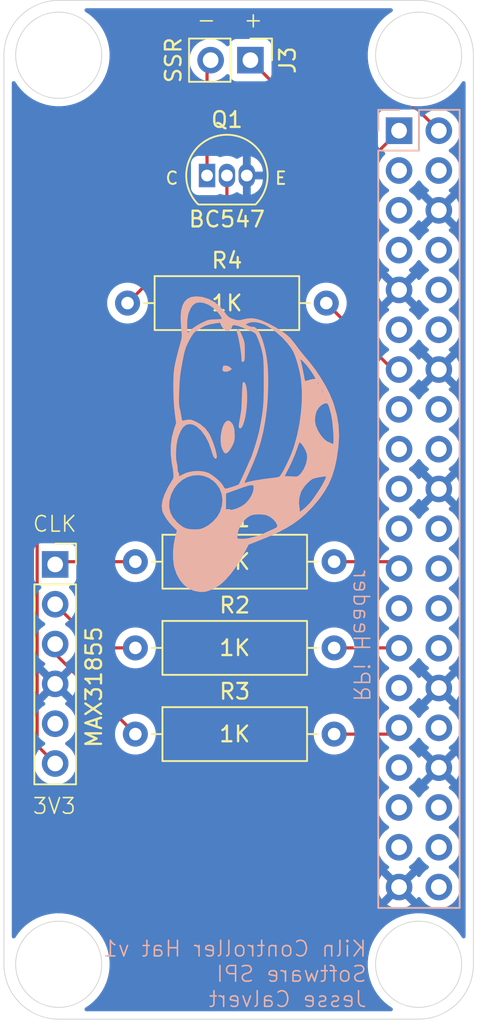
<source format=kicad_pcb>
(kicad_pcb (version 20241229) (generator "pcbnew") (generator_version "9.0")
  (title_block (title "Kiln_Hat") (date "2025-11-22") (rev "1") (company "Jesse Calvert") (comment 1 "Hardware SPI"))
  (layers (0 "F.Cu" signal) (2 "B.Cu" signal) (13 "F.Paste" user) (15 "B.Paste" user) (5 "F.SilkS" user "F.Silkscreen") (7 "B.SilkS" user "B.Silkscreen") (1 "F.Mask" user) (3 "B.Mask" user) (25 "Edge.Cuts" user))
  (net 0 "")
  (net 1 "Net-(J1-Pin_13)")
  (net 8 "GND")
  (net 9 "Net-(J1-Pin_27)")
  (net 17 "Net-(J1-Pin_31)")
  (net 21 "Net-(J1-Pin_23)")
  (net 25 "/5V")
  (net 26 "/3V3")
  (net 35 "/CS")
  (net 36 "/CLK")
  (net 37 "/DO")
  (net 38 "Net-(J3-Pin_2)")
  (net 39 "Net-(Q1-B)")
  (footprint "Resistor_THT:R_Axial_DIN0309_L9.0mm_D3.2mm_P12.70mm_Horizontal" (layer "F.Cu") (at 144.65 94)
    (property "Reference" "R4" (at 6.35 -2.72 0) (layer "F.SilkS"))
    (property "Value" "1K" (at 6.35 0 0) (layer "F.SilkS"))
    (fp_line (start 1.04 0) (end 1.73 0) (stroke (width 0.12)) (layer "F.SilkS"))
    (fp_line (start 11.66 0) (end 10.97 0) (stroke (width 0.12)) (layer "F.SilkS"))
    (fp_rect (start 1.73 -1.72) (end 10.97 1.72) (stroke (width 0.12)) (fill no) (layer "F.SilkS"))
    (pad "1" thru_hole circle (at 0 0) (size 1.6 1.6) (drill 0.8) (layers "*.Cu" "*.Mask") (net 39 "Net-(Q1-B)"))
    (pad "2" thru_hole circle (at 12.7 0) (size 1.6 1.6) (drill 0.8) (layers "*.Cu" "*.Mask") (net 1 "Net-(J1-Pin_13)"))
  )
  (footprint "Connector_PinHeader_2.54mm:PinHeader_1x02_P2.54mm_Vertical" (layer "F.Cu") (at 152.5 78.5 -90)
    (property "Reference" "J3" (at 0 -2.38 90) (layer "F.SilkS"))
    (property "Value" "SSR" (at 0 4.92 90) (layer "F.SilkS"))
    (fp_line (start -1.38 3.92) (end 1.38 3.92) (stroke (width 0.12)) (layer "F.SilkS"))
    (fp_line (start -1.38 1.27) (end -1.38 3.92) (stroke (width 0.12)) (layer "F.SilkS"))
    (fp_line (start -1.38 1.27) (end 1.38 1.27) (stroke (width 0.12)) (layer "F.SilkS"))
    (fp_line (start 1.38 1.27) (end 1.38 3.92) (stroke (width 0.12)) (layer "F.SilkS"))
    (fp_line (start -1.38 0) (end -1.38 -1.38) (stroke (width 0.12)) (layer "F.SilkS"))
    (fp_line (start -1.38 -1.38) (end 0 -1.38) (stroke (width 0.12)) (layer "F.SilkS"))
    (pad "1" thru_hole rect (at 0 0 270) (size 1.7 1.7) (drill 1) (layers "*.Cu" "*.Mask") (net 25 "/5V"))
    (pad "2" thru_hole circle (at 0 2.54 270) (size 1.7 1.7) (drill 1) (layers "*.Cu" "*.Mask") (net 38 "Net-(J3-Pin_2)"))
  )
  (footprint "Resistor_THT:R_Axial_DIN0309_L9.0mm_D3.2mm_P12.70mm_Horizontal" (layer "F.Cu") (at 145.15 121.5)
    (property "Reference" "R3" (at 6.35 -2.72 0) (layer "F.SilkS"))
    (property "Value" "1K" (at 6.35 0 0) (layer "F.SilkS"))
    (fp_line (start 1.04 0) (end 1.73 0) (stroke (width 0.12)) (layer "F.SilkS"))
    (fp_line (start 11.66 0) (end 10.97 0) (stroke (width 0.12)) (layer "F.SilkS"))
    (fp_rect (start 1.73 -1.72) (end 10.97 1.72) (stroke (width 0.12)) (fill no) (layer "F.SilkS"))
    (pad "1" thru_hole circle (at 0 0) (size 1.6 1.6) (drill 0.8) (layers "*.Cu" "*.Mask") (net 37 "/DO"))
    (pad "2" thru_hole circle (at 12.7 0) (size 1.6 1.6) (drill 0.8) (layers "*.Cu" "*.Mask") (net 17 "Net-(J1-Pin_31)"))
  )
  (footprint "Connector_PinSocket_2.54mm:PinSocket_1x06_P2.54mm_Vertical" (layer "F.Cu") (at 140.025 110.675)
    (property "Reference" "J2" (hide yes))
    (property "Value" "MAX31855" (at 2.475 7.825 90) (layer "F.SilkS"))
    (fp_line (start -1.33 1.27) (end -1.33 14.03) (stroke (width 0.12)) (layer "F.SilkS"))
    (fp_line (start -1.33 1.27) (end 1.33 1.27) (stroke (width 0.12)) (layer "F.SilkS"))
    (fp_line (start -1.33 14.03) (end 1.33 14.03) (stroke (width 0.12)) (layer "F.SilkS"))
    (fp_line (start 0 -1.33) (end 1.33 -1.33) (stroke (width 0.12)) (layer "F.SilkS"))
    (fp_line (start 1.33 -1.33) (end 1.33 0) (stroke (width 0.12)) (layer "F.SilkS"))
    (fp_line (start 1.33 1.27) (end 1.33 14.03) (stroke (width 0.12)) (layer "F.SilkS"))
    (pad "1" thru_hole rect (at 0 0) (size 1.7 1.7) (drill 1) (layers "*.Cu" "*.Mask") (net 36 "/CLK"))
    (pad "2" thru_hole circle (at 0 2.54) (size 1.7 1.7) (drill 1) (layers "*.Cu" "*.Mask") (net 35 "/CS"))
    (pad "3" thru_hole circle (at 0 5.08) (size 1.7 1.7) (drill 1) (layers "*.Cu" "*.Mask") (net 37 "/DO"))
    (pad "4" thru_hole circle (at 0 7.62) (size 1.7 1.7) (drill 1) (layers "*.Cu" "*.Mask") (net 8 "GND"))
    (pad "5" thru_hole circle (at 0 10.16) (size 1.7 1.7) (drill 1) (layers "*.Cu" "*.Mask"))
    (pad "6" thru_hole circle (at 0 12.7) (size 1.7 1.7) (drill 1) (layers "*.Cu" "*.Mask") (net 26 "/3V3"))
  )
  (footprint "Resistor_THT:R_Axial_DIN0309_L9.0mm_D3.2mm_P12.70mm_Horizontal" (layer "F.Cu") (at 145.15 110.5)
    (property "Reference" "R1" (at 6.35 -2.72 0) (layer "F.SilkS"))
    (property "Value" "1K" (at 6.35 0 0) (layer "F.SilkS"))
    (fp_line (start 1.04 0) (end 1.73 0) (stroke (width 0.12)) (layer "F.SilkS"))
    (fp_line (start 11.66 0) (end 10.97 0) (stroke (width 0.12)) (layer "F.SilkS"))
    (fp_rect (start 1.73 -1.72) (end 10.97 1.72) (stroke (width 0.12)) (fill no) (layer "F.SilkS"))
    (pad "1" thru_hole circle (at 0 0) (size 1.6 1.6) (drill 0.8) (layers "*.Cu" "*.Mask") (net 36 "/CLK"))
    (pad "2" thru_hole circle (at 12.7 0) (size 1.6 1.6) (drill 0.8) (layers "*.Cu" "*.Mask") (net 21 "Net-(J1-Pin_23)"))
  )
  (footprint "Package_TO_SOT_THT:TO-92_Inline" (layer "F.Cu") (at 149.73 85.86)
    (property "Reference" "Q1" (at 1.27 -3.56 0) (layer "F.SilkS"))
    (property "Value" "BC547" (at 1.27 2.79 0) (layer "F.SilkS"))
    (fp_line (start -0.53 1.85) (end 3.07 1.85) (stroke (width 0.12)) (layer "F.SilkS"))
    (fp_arc (start -0.568478 1.838478) (mid -1.132087 -0.994977) (end 1.27 -2.6) (stroke (width 0.12)) (layer "F.SilkS"))
    (fp_arc (start 1.27 -2.6) (mid 3.672087 -0.994977) (end 3.108478 1.838478) (stroke (width 0.12)) (layer "F.SilkS"))
    (pad "1" thru_hole rect (at 0 0) (size 1.05 1.5) (drill 0.75) (layers "*.Cu" "*.Mask") (net 38 "Net-(J3-Pin_2)"))
    (pad "2" thru_hole oval (at 1.27 0) (size 1.05 1.5) (drill 0.75) (layers "*.Cu" "*.Mask") (net 39 "Net-(Q1-B)"))
    (pad "3" thru_hole oval (at 2.54 0) (size 1.05 1.5) (drill 0.75) (layers "*.Cu" "*.Mask") (net 8 "GND"))
  )
  (footprint "Resistor_THT:R_Axial_DIN0309_L9.0mm_D3.2mm_P12.70mm_Horizontal" (layer "F.Cu") (at 145.15 116)
    (property "Reference" "R2" (at 6.35 -2.72 0) (layer "F.SilkS"))
    (property "Value" "1K" (at 6.35 0 0) (layer "F.SilkS"))
    (fp_line (start 1.04 0) (end 1.73 0) (stroke (width 0.12)) (layer "F.SilkS"))
    (fp_line (start 11.66 0) (end 10.97 0) (stroke (width 0.12)) (layer "F.SilkS"))
    (fp_rect (start 1.73 -1.72) (end 10.97 1.72) (stroke (width 0.12)) (fill no) (layer "F.SilkS"))
    (pad "1" thru_hole circle (at 0 0) (size 1.6 1.6) (drill 0.8) (layers "*.Cu" "*.Mask") (net 35 "/CS"))
    (pad "2" thru_hole circle (at 12.7 0) (size 1.6 1.6) (drill 0.8) (layers "*.Cu" "*.Mask") (net 9 "Net-(J1-Pin_27)"))
  )
  (footprint "Connector_PinSocket_2.54mm:PinSocket_2x20_P2.54mm_Vertical" (layer "B.Cu") (at 162 83 180)
    (property "Reference" "J1" (hide yes))
    (property "Value" "RPi GPIO")
    (fp_line (start 1.33 1.33) (end 1.33 0) (stroke (width 0.12)) (layer "B.SilkS"))
    (fp_line (start 1.33 -1.27) (end 1.33 -49.59) (stroke (width 0.12)) (layer "B.SilkS"))
    (fp_line (start 0 1.33) (end 1.33 1.33) (stroke (width 0.12)) (layer "B.SilkS"))
    (fp_line (start -1.27 1.33) (end -1.27 -1.27) (stroke (width 0.12)) (layer "B.SilkS"))
    (fp_line (start -1.27 -1.27) (end 1.33 -1.27) (stroke (width 0.12)) (layer "B.SilkS"))
    (fp_line (start -3.87 1.33) (end -1.27 1.33) (stroke (width 0.12)) (layer "B.SilkS"))
    (fp_line (start -3.87 1.33) (end -3.87 -49.59) (stroke (width 0.12)) (layer "B.SilkS"))
    (fp_line (start -3.87 -49.59) (end 1.33 -49.59) (stroke (width 0.12)) (layer "B.SilkS"))
    (pad "1" thru_hole rect (at 0 0 180) (size 1.7 1.7) (drill 1) (layers "*.Cu" "*.Mask") (net 26 "/3V3"))
    (pad "2" thru_hole circle (at -2.54 0 180) (size 1.7 1.7) (drill 1) (layers "*.Cu" "*.Mask") (net 25 "/5V"))
    (pad "3" thru_hole circle (at 0 -2.54 180) (size 1.7 1.7) (drill 1) (layers "*.Cu" "*.Mask"))
    (pad "4" thru_hole circle (at -2.54 -2.54 180) (size 1.7 1.7) (drill 1) (layers "*.Cu" "*.Mask"))
    (pad "5" thru_hole circle (at 0 -5.08 180) (size 1.7 1.7) (drill 1) (layers "*.Cu" "*.Mask"))
    (pad "6" thru_hole circle (at -2.54 -5.08 180) (size 1.7 1.7) (drill 1) (layers "*.Cu" "*.Mask") (net 8 "GND"))
    (pad "7" thru_hole circle (at 0 -7.62 180) (size 1.7 1.7) (drill 1) (layers "*.Cu" "*.Mask"))
    (pad "8" thru_hole circle (at -2.54 -7.62 180) (size 1.7 1.7) (drill 1) (layers "*.Cu" "*.Mask"))
    (pad "9" thru_hole circle (at 0 -10.16 180) (size 1.7 1.7) (drill 1) (layers "*.Cu" "*.Mask") (net 8 "GND"))
    (pad "10" thru_hole circle (at -2.54 -10.16 180) (size 1.7 1.7) (drill 1) (layers "*.Cu" "*.Mask"))
    (pad "11" thru_hole circle (at 0 -12.7 180) (size 1.7 1.7) (drill 1) (layers "*.Cu" "*.Mask"))
    (pad "12" thru_hole circle (at -2.54 -12.7 180) (size 1.7 1.7) (drill 1) (layers "*.Cu" "*.Mask"))
    (pad "13" thru_hole circle (at 0 -15.24 180) (size 1.7 1.7) (drill 1) (layers "*.Cu" "*.Mask") (net 1 "Net-(J1-Pin_13)"))
    (pad "14" thru_hole circle (at -2.54 -15.24 180) (size 1.7 1.7) (drill 1) (layers "*.Cu" "*.Mask") (net 8 "GND"))
    (pad "15" thru_hole circle (at 0 -17.78 180) (size 1.7 1.7) (drill 1) (layers "*.Cu" "*.Mask"))
    (pad "16" thru_hole circle (at -2.54 -17.78 180) (size 1.7 1.7) (drill 1) (layers "*.Cu" "*.Mask"))
    (pad "17" thru_hole circle (at 0 -20.32 180) (size 1.7 1.7) (drill 1) (layers "*.Cu" "*.Mask"))
    (pad "18" thru_hole circle (at -2.54 -20.32 180) (size 1.7 1.7) (drill 1) (layers "*.Cu" "*.Mask"))
    (pad "19" thru_hole circle (at 0 -22.86 180) (size 1.7 1.7) (drill 1) (layers "*.Cu" "*.Mask"))
    (pad "20" thru_hole circle (at -2.54 -22.86 180) (size 1.7 1.7) (drill 1) (layers "*.Cu" "*.Mask") (net 8 "GND"))
    (pad "21" thru_hole circle (at 0 -25.4 180) (size 1.7 1.7) (drill 1) (layers "*.Cu" "*.Mask"))
    (pad "22" thru_hole circle (at -2.54 -25.4 180) (size 1.7 1.7) (drill 1) (layers "*.Cu" "*.Mask"))
    (pad "23" thru_hole circle (at 0 -27.94 180) (size 1.7 1.7) (drill 1) (layers "*.Cu" "*.Mask") (net 21 "Net-(J1-Pin_23)"))
    (pad "24" thru_hole circle (at -2.54 -27.94 180) (size 1.7 1.7) (drill 1) (layers "*.Cu" "*.Mask"))
    (pad "25" thru_hole circle (at 0 -30.48 180) (size 1.7 1.7) (drill 1) (layers "*.Cu" "*.Mask"))
    (pad "26" thru_hole circle (at -2.54 -30.48 180) (size 1.7 1.7) (drill 1) (layers "*.Cu" "*.Mask"))
    (pad "27" thru_hole circle (at 0 -33.02 180) (size 1.7 1.7) (drill 1) (layers "*.Cu" "*.Mask") (net 9 "Net-(J1-Pin_27)"))
    (pad "28" thru_hole circle (at -2.54 -33.02 180) (size 1.7 1.7) (drill 1) (layers "*.Cu" "*.Mask"))
    (pad "29" thru_hole circle (at 0 -35.56 180) (size 1.7 1.7) (drill 1) (layers "*.Cu" "*.Mask"))
    (pad "30" thru_hole circle (at -2.54 -35.56 180) (size 1.7 1.7) (drill 1) (layers "*.Cu" "*.Mask") (net 8 "GND"))
    (pad "31" thru_hole circle (at 0 -38.1 180) (size 1.7 1.7) (drill 1) (layers "*.Cu" "*.Mask") (net 17 "Net-(J1-Pin_31)"))
    (pad "32" thru_hole circle (at -2.54 -38.1 180) (size 1.7 1.7) (drill 1) (layers "*.Cu" "*.Mask"))
    (pad "33" thru_hole circle (at 0 -40.64 180) (size 1.7 1.7) (drill 1) (layers "*.Cu" "*.Mask"))
    (pad "34" thru_hole circle (at -2.54 -40.64 180) (size 1.7 1.7) (drill 1) (layers "*.Cu" "*.Mask") (net 8 "GND"))
    (pad "35" thru_hole circle (at 0 -43.18 180) (size 1.7 1.7) (drill 1) (layers "*.Cu" "*.Mask"))
    (pad "36" thru_hole circle (at -2.54 -43.18 180) (size 1.7 1.7) (drill 1) (layers "*.Cu" "*.Mask"))
    (pad "37" thru_hole circle (at 0 -45.72 180) (size 1.7 1.7) (drill 1) (layers "*.Cu" "*.Mask"))
    (pad "38" thru_hole circle (at -2.54 -45.72 180) (size 1.7 1.7) (drill 1) (layers "*.Cu" "*.Mask"))
    (pad "39" thru_hole circle (at 0 -48.26 180) (size 1.7 1.7) (drill 1) (layers "*.Cu" "*.Mask") (net 8 "GND"))
    (pad "40" thru_hole circle (at -2.54 -48.26 180) (size 1.7 1.7) (drill 1) (layers "*.Cu" "*.Mask"))
  )
  (footprint "LOGO" (layer "B.Cu") (at 150.992659 102.846204 90)
    (property "Reference" "G***" (hide yes))
    (property "Value" "LOGO" (hide yes))
    (fp_poly (pts (xy 4.740687 0.223639) (xy 4.819197 0.108068) (xy 4.851062 0.000001) (xy 4.858562 -0.11661) (xy 4.863111 -0.178763) (xy 4.825972 -0.228113) (xy 4.731724 -0.263545) (xy 4.619456 -0.277324) (xy 4.528255 -0.261716) (xy 4.5094 -0.248755) (xy 4.465436 -0.146191) (xy 4.466722 -0.001089) (xy 4.509765 0.145929) (xy 4.54897 0.21159) (xy 4.637542 0.326784)) (fill yes) (layer "B.SilkS"))
    (fp_poly (pts (xy 0.742243 0.492198) (xy 0.96875 0.446463) (xy 1.142738 0.362699) (xy 1.266751 0.254469) (xy 1.339678 0.155127) (xy 1.346165 0.064354) (xy 1.328154 0.007175) (xy 1.235958 -0.111436) (xy 1.067647 -0.21433) (xy 0.842726 -0.297973) (xy 0.580702 -0.358829) (xy 0.301079 -0.393363) (xy 0.023365 -0.39804) (xy -0.232934 -0.369326) (xy -0.430352 -0.311517) (xy -0.622143 -0.219118) (xy -0.725525 -0.13486) (xy -0.746647 -0.048156) (xy -0.691657 0.051581) (xy -0.661097 0.085774) (xy -0.548582 0.179447) (xy -0.386995 0.285664) (xy -0.247003 0.362909) (xy -0.084785 0.437276) (xy 0.057093 0.480621) (xy 0.216978 0.500899) (xy 0.433215 0.506068) (xy 0.443022 0.506073)) (fill yes) (layer "B.SilkS"))
    (fp_poly (pts (xy 5.765441 1.152623) (xy 6.020961 1.149396) (xy 6.208066 1.140585) (xy 6.354732 1.121313) (xy 6.488935 1.0867) (xy 6.638653 1.031867) (xy 6.771726 0.977145) (xy 6.985516 0.881329) (xy 7.116817 0.805826) (xy 7.17577 0.744276) (xy 7.181403 0.720189) (xy 7.165722 0.649408) (xy 7.107416 0.624385) (xy 6.98959 0.642889) (xy 6.868121 0.678787) (xy 6.695358 0.725215) (xy 6.46372 0.775298) (xy 6.199019 0.82478) (xy 5.927067 0.869401) (xy 5.673678 0.904904) (xy 5.464663 0.92703) (xy 5.333676 0.931909) (xy 5.171341 0.936872) (xy 5.094934 0.971226) (xy 5.097184 1.039753) (xy 5.116482 1.074703) (xy 5.151023 1.109526) (xy 5.213089 1.132743) (xy 5.319404 1.146362) (xy 5.486693 1.152391) (xy 5.731679 1.152838)) (fill yes) (layer "B.SilkS"))
    (fp_poly (pts (xy 3.199777 1.289727) (xy 3.45262 1.259756) (xy 3.648108 1.211867) (xy 3.771667 1.14568) (xy 3.803693 1.101315) (xy 3.812786 1.065364) (xy 3.800314 1.0383) (xy 3.753918 1.018129) (xy 3.661237 1.002855) (xy 3.509913 0.990482) (xy 3.287586 0.979014) (xy 2.981896 0.966457) (xy 2.964136 0.965762) (xy 2.698662 0.955341) (xy 2.461737 0.945953) (xy 2.272671 0.938371) (xy 2.15077 0.933365) (xy 2.120682 0.932053) (xy 2.030246 0.921903) (xy 1.873892 0.898835) (xy 1.680539 0.867207) (xy 1.61461 0.85582) (xy 1.354807 0.810916) (xy 1.173078 0.78155) (xy 1.052685 0.765871) (xy 0.976891 0.762024) (xy 0.928956 0.768156) (xy 0.903699 0.777094) (xy 0.844431 0.835332) (xy 0.869053 0.91112) (xy 0.970064 0.991356) (xy 1.048291 1.029647) (xy 1.294502 1.114491) (xy 1.585386 1.18407) (xy 1.90637 1.238006) (xy 2.242876 1.275918) (xy 2.580329 1.297428) (xy 2.904155 1.302158)) (fill yes) (layer "B.SilkS"))
    (fp_poly (pts (xy 1.039994 7.145686) (xy 1.684532 7.039823) (xy 2.345658 6.855605) (xy 2.585416 6.772084) (xy 3.055336 6.574634) (xy 3.560217 6.316551) (xy 4.07534 6.012904) (xy 4.575984 5.678758) (xy 5.03743 5.329179) (xy 5.255561 5.144645) (xy 5.475333 4.956681) (xy 5.720355 4.756826) (xy 5.953398 4.575074) (xy 6.068193 4.489925) (xy 6.261138 4.346252) (xy 6.447065 4.200206) (xy 6.596525 4.075202) (xy 6.644043 4.032051) (xy 6.843766 3.810042) (xy 7.060137 3.511688) (xy 7.282674 3.15314) (xy 7.500894 2.750549) (xy 7.580948 2.588456) (xy 7.740427 2.223406) (xy 7.839159 1.907326) (xy 7.880563 1.617246) (xy 7.868055 1.330199) (xy 7.81068 1.044473) (xy 7.768695 0.866563) (xy 7.755534 0.737864) (xy 7.770687 0.615765) (xy 7.80402 0.490203) (xy 7.882731 0.267652) (xy 7.981608 0.104844) (xy 8.127031 -0.034244) (xy 8.255939 -0.126928) (xy 8.616134 -0.422034) (xy 8.904573 -0.769312) (xy 9.11499 -1.157559) (xy 9.241122 -1.57557) (xy 9.277416 -1.953828) (xy 9.241047 -2.259015) (xy 9.129916 -2.508285) (xy 8.943124 -2.70207) (xy 8.679777 -2.840803) (xy 8.338976 -2.924914) (xy 7.919827 -2.954835) (xy 7.421431 -2.930999) (xy 7.278928 -2.916069) (xy 6.985852 -2.887421) (xy 6.769333 -2.878968) (xy 6.611737 -2.890417) (xy 6.5481 -2.903898) (xy 6.072988 -3.032553) (xy 5.676802 -3.137781) (xy 5.345586 -3.221939) (xy 5.065384 -3.28738) (xy 4.822239 -3.336461) (xy 4.602194 -3.371536) (xy 4.391293 -3.39496) (xy 4.17558 -3.409089) (xy 3.941098 -3.416278) (xy 3.67389 -3.418881) (xy 3.494307 -3.419221) (xy 2.817058 -3.40707) (xy 2.218503 -3.369243) (xy 1.869465 -3.331121) (xy 1.184471 -3.242468) (xy 0.736827 -3.397481) (xy 0.273917 -3.517716) (xy -0.2393 -3.58074) (xy -0.774393 -3.584954) (xy -1.302934 -3.528757) (xy -1.373625 -3.516196) (xy -1.701924 -3.457897) (xy -1.950869 -3.421908) (xy -2.134713 -3.407517) (xy -2.267709 -3.414014) (xy -2.364107 -3.440687) (xy -2.408026 -3.464569) (xy -2.901657 -3.76274) (xy -3.346344 -3.978219) (xy -3.742472 -4.111134) (xy -4.090427 -4.161609) (xy -4.390594 -4.12977) (xy -4.420036 -4.121452) (xy -4.648769 -4.024165) (xy -4.907234 -3.868038) (xy -5.167687 -3.671612) (xy -5.370522 -3.4862) (xy -5.66044 -3.193572) (xy -6.083541 -3.303603) (xy -6.528003 -3.392101) (xy -6.993313 -3.436602) (xy -7.448772 -3.436262) (xy -7.863683 -3.390237) (xy -8.019456 -3.356832) (xy -8.452962 -3.20855) (xy -8.825654 -3.001894) (xy -9.131246 -2.743796) (xy -9.36345 -2.441189) (xy -9.515981 -2.101006) (xy -9.516957 -2.09557) (xy -5.590314 -2.09557) (xy -5.57543 -2.377998) (xy -5.523486 -2.609548) (xy -5.422206 -2.819585) (xy -5.259312 -3.037472) (xy -5.141782 -3.168333) (xy -4.839237 -3.432626) (xy -4.512797 -3.60372) (xy -4.161689 -3.68178) (xy -3.78514 -3.666972) (xy -3.382377 -3.559462) (xy -3.358672 -3.550566) (xy -2.988442 -3.366216) (xy -2.680892 -3.126019) (xy -2.438775 -2.84149) (xy -2.264842 -2.524144) (xy -2.161846 -2.185497) (xy -2.13254 -1.837063) (xy -2.179675 -1.490357) (xy -2.306006 -1.156895) (xy -2.514283 -0.848193) (xy -2.673722 -0.685022) (xy -2.987031 -0.465359) (xy -3.337575 -0.329747) (xy -3.712743 -0.279728) (xy -4.099925 -0.316847) (xy -4.486511 -0.442648) (xy -4.52177 -0.458807) (xy -4.812668 -0.637791) (xy -5.087878 -0.883935) (xy -5.318824 -1.168872) (xy -5.432252 -1.362634) (xy -5.512951 -1.537358) (xy -5.560561 -1.681097) (xy -5.583503 -1.832895) (xy -5.590196 -2.031799) (xy -5.590314 -2.09557) (xy -9.516957 -2.09557) (xy -9.582552 -1.73018) (xy -9.585009 -1.630404) (xy -9.578851 -1.452442) (xy -9.557093 -1.305312) (xy -9.510863 -1.155776) (xy -9.431291 -0.970594) (xy -9.379869 -0.861832) (xy -9.261473 -0.633177) (xy -9.139294 -0.444521) (xy -8.988861 -0.262424) (xy -8.835191 -0.104023) (xy -2.991964 -0.104023) (xy -2.991801 -0.104485) (xy -2.934788 -0.162429) (xy -2.825413 -0.22498) (xy -2.805452 -0.2337) (xy -2.683321 -0.313241) (xy -2.530015 -0.453643) (xy -2.364266 -0.6333) (xy -2.204805 -0.830602) (xy -2.070364 -1.023943) (xy -1.984393 -1.180834) (xy -1.893008 -1.487084) (xy -1.86077 -1.837854) (xy -1.885946 -2.202924) (xy -1.966805 -2.552075) (xy -2.077916 -2.813565) (xy -2.154334 -2.957661) (xy -2.185836 -3.033925) (xy -2.175686 -3.058013) (xy -2.127149 -3.045581) (xy -2.126217 -3.045224) (xy -2.039607 -3.051231) (xy -1.954907 -3.092833) (xy -1.835681 -3.140672) (xy -1.744535 -3.142444) (xy -1.634204 -3.140815) (xy -1.48215 -3.164683) (xy -1.421822 -3.179779) (xy -1.146504 -3.228926) (xy -0.798647 -3.245147) (xy -0.396459 -3.228036) (xy -0.185546 -3.207415) (xy 0.111342 -3.152681) (xy 0.409134 -3.06194) (xy 0.677823 -2.946567) (xy 0.887405 -2.817938) (xy 0.92595 -2.786025) (xy 1.070953 -2.600499) (xy 1.125777 -2.388801) (xy 1.089956 -2.16003) (xy 0.969771 -1.932675) (xy 0.704406 -1.637013) (xy 0.359524 -1.378275) (xy -0.052497 -1.164278) (xy -0.489149 -1.011128) (xy -0.672931 -0.955147) (xy -0.843997 -0.89549) (xy -0.9278 -0.861512) (xy -1.039063 -0.78903) (xy -1.083942 -0.712687) (xy -1.053744 -0.652245) (xy -1.025625 -0.639091) (xy -0.91622 -0.635048) (xy -0.739294 -0.664555) (xy -0.51502 -0.721141) (xy -0.263574 -0.798338) (xy -0.005127 -0.889679) (xy 0.240144 -0.988693) (xy 0.452066 -1.088913) (xy 0.551118 -1.144656) (xy 0.865379 -1.383676) (xy 1.115708 -1.681776) (xy 1.26205 -1.936437) (xy 1.351739 -2.128674) (xy 1.400089 -2.268445) (xy 1.414975 -2.386165) (xy 1.406717 -2.495158) (xy 1.382074 -2.643395) (xy 1.355353 -2.759578) (xy 1.347995 -2.782051) (xy 1.347129 -2.832471) (xy 1.404739 -2.865399) (xy 1.539185 -2.890835) (xy 1.550559 -2.892405) (xy 1.728108 -2.921857) (xy 1.943405 -2.964775) (xy 2.094335 -2.998804) (xy 2.235378 -3.02735) (xy 2.388402 -3.045489) (xy 2.57278 -3.053909) (xy 2.807882 -3.053301) (xy 3.11308 -3.044353) (xy 3.237336 -3.03949) (xy 3.571222 -3.024818) (xy 3.844713 -3.009278) (xy 4.08289 -2.989915) (xy 4.310836 -2.963778) (xy 4.55363 -2.927914) (xy 4.836355 -2.87937) (xy 5.184092 -2.815193) (xy 5.25351 -2.802133) (xy 5.571713 -2.738022) (xy 5.826134 -2.67398) (xy 6.048686 -2.598507) (xy 6.271285 -2.500102) (xy 6.282572 -2.494212) (xy 6.96688 -2.494212) (xy 7.010594 -2.509496) (xy 7.13025 -2.521581) (xy 7.305411 -2.5289) (xy 7.438372 -2.53036) (xy 7.764252 -2.519118) (xy 8.031129 -2.482483) (xy 8.223475 -2.432664) (xy 8.510783 -2.312354) (xy 8.720165 -2.158499) (xy 8.843791 -1.976928) (xy 8.8472 -1.968232) (xy 8.889416 -1.727412) (xy 8.851467 -1.45728) (xy 8.738498 -1.173397) (xy 8.555655 -0.891329) (xy 8.450039 -0.767057) (xy 8.31064 -0.629144) (xy 8.16138 -0.502879) (xy 8.02147 -0.402005) (xy 7.910118 -0.340267) (xy 7.846534 -0.331408) (xy 7.844017 -0.333464) (xy 7.830807 -0.390963) (xy 7.819115 -0.520711) (xy 7.810873 -0.698564) (xy 7.809119 -0.769851) (xy 7.802519 -0.963572) (xy 7.785563 -1.112398) (xy 7.749622 -1.248242) (xy 7.686068 -1.403017) (xy 7.586272 -1.608635) (xy 7.577689 -1.625791) (xy 7.460659 -1.840196) (xy 7.33257 -2.044201) (xy 7.213445 -2.207031) (xy 7.16163 -2.265274) (xy 7.056066 -2.376592) (xy 6.985188 -2.461895) (xy 6.96688 -2.494212) (xy 6.282572 -2.494212) (xy 6.525846 -2.367263) (xy 6.647644 -2.29974) (xy 6.888159 -2.144623) (xy 7.037005 -2.000615) (xy 7.065009 -1.9569) (xy 7.14831 -1.814026) (xy 7.249966 -1.655341) (xy 7.273716 -1.620501) (xy 7.388832 -1.398058) (xy 7.483117 -1.100628) (xy 7.550433 -0.748497) (xy 7.559944 -0.674762) (xy 7.588661 -0.433775) (xy 7.395999 -0.344943) (xy 7.223865 -0.232724) (xy 7.116022 -0.09561) (xy 7.075643 0.048188) (xy 7.105897 0.180458) (xy 7.209956 0.282989) (xy 7.281191 0.314403) (xy 7.389014 0.355667) (xy 7.432629 0.406072) (xy 7.430905 0.500309) (xy 7.419846 0.569331) (xy 7.389474 0.713314) (xy 7.35576 0.824004) (xy 7.347877 0.841601) (xy 7.313721 0.918453) (xy 7.255641 1.059849) (xy 7.184038 1.240259) (xy 7.154545 1.316068) (xy 7.075669 1.507399) (xy 6.99924 1.671407) (xy 6.938041 1.78135) (xy 6.921866 1.802916) (xy 6.824048 1.872718) (xy 6.652834 1.956374) (xy 6.428784 2.046215) (xy 6.172464 2.13457) (xy 5.904436 2.21377) (xy 5.663187 2.27238) (xy 5.524804 2.298716) (xy 5.377158 2.31935) (xy 5.206679 2.334931) (xy 4.999798 2.346108) (xy 4.742946 2.353528) (xy 4.422554 2.357841) (xy 4.025052 2.359694) (xy 3.831688 2.359895) (xy 3.35608 2.358597) (xy 2.956581 2.35321) (xy 2.612934 2.341932) (xy 2.304881 2.322966) (xy 2.012164 2.294511) (xy 1.714526 2.254769) (xy 1.391709 2.20194) (xy 1.023454 2.134225) (xy 0.795255 2.090188) (xy 0.576763 2.041128) (xy 0.308194 1.97103) (xy 0.010928 1.886512) (xy -0.293655 1.794194) (xy -0.584175 1.700695) (xy -0.839252 1.612634) (xy -1.037506 1.536631) (xy -1.132638 1.493311) (xy -1.244833 1.440299) (xy -1.404631 1.370965) (xy -1.518217 1.324233) (xy -1.634109 1.274782) (xy -1.803796 1.1988) (xy -2.00529 1.106548) (xy -2.216602 1.008283) (xy -2.415742 0.914263) (xy -2.580722 0.834749) (xy -2.689553 0.779997) (xy -2.714123 0.766309) (xy -2.744603 0.712363) (xy -2.792017 0.591477) (xy -2.848048 0.429737) (xy -2.904377 0.25323) (xy -2.952685 0.088043) (xy -2.984653 -0.039737) (xy -2.991964 -0.104023) (xy -8.835191 -0.104023) (xy -8.794999 -0.062594) (xy -8.552707 0.150784) (xy -4.348086 0.150784) (xy -4.341886 0.10143) (xy -4.313484 -0.049966) (xy -3.80775 -0.049081) (xy -3.600036 -0.048428) (xy -3.433631 -0.047355) (xy -3.328468 -0.046024) (xy -3.301767 -0.044936) (xy -3.28638 -0.001331) (xy -3.244952 0.114073) (xy -3.184259 0.282438) (xy -3.128401 0.437038) (xy -3.008083 0.771742) (xy -2.917624 1.029052) (xy -2.877894 1.147594) (xy -2.620799 1.147594) (xy -2.613838 1.132638) (xy -2.563845 1.151989) (xy -2.444131 1.204821) (xy -2.272066 1.283303) (xy -2.065023 1.379605) (xy -2.042344 1.390252) (xy -1.342302 1.702276) (xy -0.685187 1.956911) (xy -0.043352 2.162045) (xy 0.610852 2.325565) (xy 1.305072 2.455356) (xy 2.048386 2.557137) (xy 2.491085 2.598991) (xy 2.98207 2.628309) (xy 3.493646 2.644633) (xy 3.998118 2.647507) (xy 4.46779 2.636473) (xy 4.874966 2.611074) (xy 4.940227 2.604867) (xy 5.391581 2.546441) (xy 5.817858 2.466956) (xy 6.20979 2.370042) (xy 6.558105 2.259331) (xy 6.853533 2.138457) (xy 7.086806 2.011049) (xy 7.248652 1.88074) (xy 7.329802 1.751162) (xy 7.334469 1.666852) (xy 7.340892 1.534569) (xy 7.392474 1.383958) (xy 7.396317 1.376417) (xy 7.482637 1.210519) (xy 7.566836 1.373342) (xy 7.628727 1.587166) (xy 7.6282 1.851998) (xy 7.567534 2.147385) (xy 7.449004 2.452875) (xy 7.445942 2.459187) (xy 7.239357 2.815223) (xy 6.969227 3.179052) (xy 6.655647 3.529518) (xy 6.318715 3.845464) (xy 5.978525 4.105735) (xy 5.753046 4.241459) (xy 5.526518 4.341573) (xy 5.229568 4.445109) (xy 4.887609 4.54511) (xy 4.526054 4.63462) (xy 4.170317 4.706682) (xy 3.905249 4.747313) (xy 3.274283 4.795138) (xy 2.587627 4.790762) (xy 1.868766 4.736961) (xy 1.141188 4.636511) (xy 0.428381 4.49219) (xy -0.246168 4.306774) (xy -0.479565 4.228938) (xy -0.74376 4.129123) (xy -1.02514 4.010794) (xy -1.308707 3.88159) (xy -1.579463 3.749147) (xy -1.82241 3.621102) (xy -2.02255 3.505094) (xy -2.164884 3.408759) (xy -2.234416 3.339735) (xy -2.237031 3.333992) (xy -2.262199 3.23167) (xy -2.288541 3.070996) (xy -2.307201 2.91594) (xy -2.341302 2.617196) (xy -2.384519 2.302509) (xy -2.433382 1.991875) (xy -2.484421 1.705289) (xy -2.534166 1.462745) (xy -2.579145 1.284238) (xy -2.602072 1.216984) (xy -2.620799 1.147594) (xy -2.877894 1.147594) (xy -2.853015 1.221824) (xy -2.810249 1.362912) (xy -2.785318 1.465173) (xy -2.774214 1.541462) (xy -2.772533 1.578464) (xy -2.780871 1.664363) (xy -2.826337 1.701997) (xy -2.936486 1.710932) (xy -2.959186 1.711006) (xy -3.18613 1.672589) (xy -3.436928 1.567771) (xy -3.684847 1.412201) (xy -3.903147 1.22153) (xy -4.008978 1.096531) (xy -4.152984 0.8628) (xy -4.263789 0.608476) (xy -4.331966 0.361742) (xy -4.348086 0.150784) (xy -8.552707 0.150784) (xy -8.426734 0.261724) (xy -8.126712 0.481974) (xy -6.145162 0.481974) (xy -6.121063 0.457875) (xy -6.096965 0.481974) (xy -6.121063 0.506073) (xy -6.145162 0.481974) (xy -8.126712 0.481974) (xy -7.977921 0.591203) (xy -7.463193 0.915753) (xy -7.409951 0.945307) (xy -6.191746 0.945307) (xy -6.187727 0.795977) (xy -6.173052 0.701433) (xy -6.164956 0.686525) (xy -6.097551 0.673434) (xy -5.965729 0.683263) (xy -5.797716 0.7123) (xy -5.621739 0.756831) (xy -5.614991 0.758864) (xy -5.351355 0.875004) (xy -5.097244 1.050672) (xy -4.880097 1.262764) (xy -4.727353 1.488172) (xy -4.713228 1.518217) (xy -4.662038 1.703573) (xy -4.637575 1.945219) (xy -4.640571 2.20662) (xy -4.671759 2.451244) (xy -4.692779 2.537908) (xy -4.784049 2.73955) (xy -4.928582 2.936256) (xy -5.100356 3.098412) (xy -5.270525 3.195432) (xy -5.351038 3.220084) (xy -5.410185 3.217995) (xy -5.461522 3.175198) (xy -5.51861 3.077729) (xy -5.595006 2.91162) (xy -5.635446 2.819545) (xy -5.721931 2.627201) (xy -5.80977 2.439929) (xy -5.87114 2.315681) (xy -5.941123 2.154199) (xy -6.008676 1.95723) (xy -6.036414 1.857806) (xy -6.082868 1.673239) (xy -6.127543 1.497783) (xy -6.147143 1.421822) (xy -6.170727 1.288247) (xy -6.185837 1.119403) (xy -6.191746 0.945307) (xy -7.409951 0.945307) (xy -7.018828 1.162416) (xy -6.567068 1.399434) (xy -6.290087 2.107588) (xy -6.024603 2.75559) (xy -5.764821 3.321771) (xy -5.502096 3.819631) (xy -5.227786 4.262669) (xy -5.146561 4.373451) (xy -2.222736 4.373451) (xy -2.219771 4.334143) (xy -2.207615 4.159295) (xy -2.198963 3.964847) (xy -2.19787 3.924074) (xy -2.19298 3.703175) (xy -1.633476 3.989071) (xy -1.362919 4.120297) (xy -1.064322 4.253862) (xy -0.777899 4.372306) (xy -0.585184 4.444222) (xy -0.381366 4.515664) (xy -0.211516 4.576816) (xy -0.0963 4.620141) (xy -0.057812 4.636611) (xy -0.058648 4.6802) (xy -0.127189 4.755231) (xy -0.246006 4.84793) (xy -0.397671 4.944526) (xy -0.539963 5.01934) (xy 3.879885 5.01934) (xy 3.922176 4.995278) (xy 4.027128 4.968725) (xy 4.060625 4.962685) (xy 4.23277 4.931741) (xy 4.436912 4.891662) (xy 4.651287 4.847169) (xy 4.854127 4.802982) (xy 5.023668 4.76382) (xy 5.138143 4.734404) (xy 5.175635 4.720886) (xy 5.237524 4.701435) (xy 5.249493 4.701376) (xy 5.240566 4.732154) (xy 5.172758 4.812763) (xy 5.058938 4.928659) (xy 4.992659 4.991695) (xy 4.850882 5.114712) (xy 4.68473 5.244835) (xy 4.509191 5.372219) (xy 4.339254 5.487018) (xy 4.189908 5.579387) (xy 4.076141 5.63948) (xy 4.012943 5.657452) (xy 4.007039 5.639114) (xy 4.008496 5.558234) (xy 3.985014 5.420858) (xy 3.95635 5.308915) (xy 3.914675 5.161241) (xy 3.886903 5.054556) (xy 3.879885 5.01934) (xy -0.539963 5.01934) (xy -0.546483 5.022768) (xy -0.737122 5.098874) (xy -0.908658 5.127774) (xy -1.076654 5.123888) (xy -1.392656 5.061709) (xy -1.710606 4.931661) (xy -1.989256 4.751903) (xy -2.05824 4.691735) (xy -2.16644 4.57896) (xy -2.215436 4.485787) (xy -2.222736 4.373451) (xy -5.146561 4.373451) (xy -4.939861 4.655366) (xy -4.457912 4.655366) (xy -4.432966 4.661091) (xy -4.356659 4.670528) (xy -4.234615 4.653688) (xy -4.216077 4.649267) (xy -3.909745 4.61277) (xy -3.576287 4.641033) (xy -3.2552 4.72915) (xy -3.131063 4.784073) (xy -2.896575 4.931142) (xy -2.66857 5.123249) (xy -2.47804 5.331794) (xy -2.381777 5.475494) (xy -2.3485 5.566004) (xy -2.310849 5.711877) (xy -2.273823 5.886255) (xy -2.24242 6.062277) (xy -2.221639 6.213083) (xy -2.216478 6.311813) (xy -2.221998 6.334075) (xy -2.278489 6.329267) (xy -2.398139 6.281718) (xy -2.56295 6.200698) (xy -2.754921 6.095478) (xy -2.956054 5.975328) (xy -3.103456 5.880077) (xy -3.358778 5.707918) (xy -3.550104 5.576345) (xy -3.693892 5.472845) (xy -3.806596 5.384904) (xy -3.904672 5.300008) (xy -4.004576 5.205643) (xy -4.054147 5.157116) (xy -4.173431 5.032906) (xy -4.285377 4.905008) (xy -4.378058 4.78904) (xy -4.439545 4.70062) (xy -4.457912 4.655366) (xy -4.939861 4.655366) (xy -4.933248 4.664385) (xy -4.609839 5.03828) (xy -4.248914 5.397854) (xy -4.092081 5.540718) (xy -3.62408 5.930965) (xy -3.165604 6.254651) (xy -2.700005 6.51877) (xy -2.212766 6.729395) (xy -0.144635 6.729395) (xy -0.127168 6.72353) (xy -0.084709 6.682017) (xy -0.048916 6.582205) (xy -0.048911 6.582183) (xy 0.037177 6.387991) (xy 0.202411 6.189683) (xy 0.431036 6.000046) (xy 0.707297 5.83187) (xy 1.015439 5.697942) (xy 1.05864 5.683177) (xy 1.314858 5.638411) (xy 1.604672 5.651275) (xy 1.886771 5.718724) (xy 1.965651 5.75) (xy 2.111376 5.839912) (xy 3.703162 5.839912) (xy 3.709778 5.811259) (xy 3.735293 5.807781) (xy 3.774965 5.825415) (xy 3.767425 5.839912) (xy 3.710226 5.84568) (xy 3.703162 5.839912) (xy 2.111376 5.839912) (xy 2.153911 5.866156) (xy 2.312085 6.023796) (xy 2.342072 6.072866) (xy 3.25332 6.072866) (xy 3.277419 6.048767) (xy 3.301517 6.072866) (xy 3.277419 6.096965) (xy 3.25332 6.072866) (xy 2.342072 6.072866) (xy 2.371525 6.121063) (xy 3.156925 6.121063) (xy 3.181024 6.096965) (xy 3.205123 6.121063) (xy 3.181024 6.145162) (xy 3.156925 6.121063) (xy 2.371525 6.121063) (xy 2.417625 6.196501) (xy 2.447918 6.313853) (xy 2.626754 6.313853) (xy 2.650853 6.289754) (xy 2.674952 6.313853) (xy 2.650853 6.337951) (xy 2.626754 6.313853) (xy 2.447918 6.313853) (xy 2.448389 6.315676) (xy 2.444567 6.393194) (xy 2.405083 6.447475) (xy 2.309 6.496888) (xy 2.192978 6.539779) (xy 1.785309 6.652907) (xy 1.290367 6.737471) (xy 0.713186 6.792676) (xy 0.525368 6.803363) (xy 0.238015 6.814337) (xy 0.037515 6.814465) (xy -0.085097 6.803414) (xy -0.138789 6.780856) (xy -0.14019 6.778852) (xy -0.144635 6.729395) (xy -2.212766 6.729395) (xy -2.210631 6.730318) (xy -1.680834 6.896289) (xy -1.093963 7.023678) (xy -0.433368 7.119479) (xy -0.297748 7.134731) (xy 0.387436 7.176291)) (fill yes) (layer "B.SilkS"))
  )
  (gr_line (start 140.251001 74.686002) (end 163.250999 74.686001) (stroke (width 0.05)) (layer "Edge.Cuts"))
  (gr_line (start 136.751 136.186) (end 136.751001 78.186001) (stroke (width 0.05)) (layer "Edge.Cuts"))
  (gr_arc (start 140.251 139.686) (mid 137.776126 138.660874) (end 136.751 136.186) (stroke (width 0.05)) (layer "Edge.Cuts"))
  (gr_arc (start 166.750999 136.185999) (mid 165.725873 138.660873) (end 163.250999 139.685999) (stroke (width 0.05)) (layer "Edge.Cuts"))
  (gr_circle (center 163.251 78.186) (end 166.001 78.186) (stroke (width 0.05)) (fill no) (layer "Edge.Cuts"))
  (gr_circle (center 163.251 136.186) (end 166.001 136.186) (stroke (width 0.05)) (fill no) (layer "Edge.Cuts"))
  (gr_circle (center 140.251 78.186) (end 143.001 78.186) (stroke (width 0.05)) (fill no) (layer "Edge.Cuts"))
  (gr_line (start 163.251 139.685999) (end 140.251 139.686) (stroke (width 0.05)) (layer "Edge.Cuts"))
  (gr_arc (start 136.751001 78.186001) (mid 137.776127 75.711127) (end 140.251001 74.686001) (stroke (width 0.05)) (layer "Edge.Cuts"))
  (gr_line (start 166.750999 78.186) (end 166.750999 136.185999) (stroke (width 0.05)) (layer "Edge.Cuts"))
  (gr_circle (center 140.251 136.186) (end 143.001 136.186) (stroke (width 0.05)) (fill no) (layer "Edge.Cuts"))
  (gr_arc (start 163.250999 74.686001) (mid 165.725873 75.711127) (end 166.750999 78.186001) (stroke (width 0.05)) (layer "Edge.Cuts"))
  (gr_text "CLK" (at 138.525 108.675 0) (layer "F.SilkS") (effects (font (size 1 1) (thickness 0.1)) (justify left bottom)))
  (gr_text "C" (at 147 86.5 0) (layer "F.SilkS") (effects (font (size 0.8 0.8) (thickness 0.125) (bold yes)) (justify left bottom)))
  (gr_text "E" (at 154 86.5 0) (layer "F.SilkS") (effects (font (size 0.8 0.8) (thickness 0.125) (bold yes)) (justify left bottom)))
  (gr_text "-" (at 149 76.5 0) (layer "F.SilkS") (effects (font (size 1 1) (thickness 0.1)) (justify left bottom)))
  (gr_text "+" (at 152 76.5 0) (layer "F.SilkS") (effects (font (size 1 1) (thickness 0.1)) (justify left bottom)))
  (gr_text "3V3" (at 138.525 126.675 0) (layer "F.SilkS") (effects (font (size 1 1) (thickness 0.1)) (justify left bottom)))
  (gr_text "Kiln Controller Hat v1\nSoftware SPI\nJesse Calvert" (at 160 139 0) (layer "B.SilkS") (effects (font (size 1 1) (thickness 0.1)) (justify left bottom mirror)))
  (gr_text "RPi Header" (at 159 119.5 270) (layer "B.SilkS") (effects (font (size 1 1) (thickness 0.1)) (justify left bottom mirror)))
  (segment (start 157.35 94) (end 161.59 98.24) (width 0.2) (layer "F.Cu") (net 1))
  (segment (start 161.59 98.24) (end 162 98.24) (width 0.2) (layer "F.Cu") (net 1))
  (segment (start 161.98 116) (end 162 116.02) (width 0.2) (layer "F.Cu") (net 9))
  (segment (start 157.85 116) (end 161.98 116) (width 0.2) (layer "F.Cu") (net 9))
  (segment (start 157.85 121.5) (end 161.6 121.5) (width 0.2) (layer "F.Cu") (net 17))
  (segment (start 161.6 121.5) (end 162 121.1) (width 0.2) (layer "F.Cu") (net 17))
  (segment (start 157.85 110.5) (end 161.56 110.5) (width 0.2) (layer "F.Cu") (net 21))
  (segment (start 161.56 110.5) (end 162 110.94) (width 0.2) (layer "F.Cu") (net 21))
  (segment (start 155.537 81.537) (end 152.5 78.5) (width 0.2) (layer "F.Cu") (net 25))
  (segment (start 163.077 81.537) (end 155.537 81.537) (width 0.2) (layer "F.Cu") (net 25))
  (segment (start 164.54 83) (end 163.077 81.537) (width 0.2) (layer "F.Cu") (net 25))
  (segment (start 138.874 106.126) (end 162 83) (width 0.2) (layer "F.Cu") (net 26))
  (segment (start 140.025 123.375) (end 138.874 122.224) (width 0.2) (layer "F.Cu") (net 26))
  (segment (start 138.874 122.224) (end 138.874 106.126) (width 0.2) (layer "F.Cu") (net 26))
  (segment (start 145.15 116) (end 142.81 116) (width 0.2) (layer "F.Cu") (net 35))
  (segment (start 142.81 116) (end 140.025 113.215) (width 0.2) (layer "F.Cu") (net 35))
  (segment (start 145.15 110.5) (end 140.2 110.5) (width 0.2) (layer "F.Cu") (net 36))
  (segment (start 140.2 110.5) (end 140.025 110.675) (width 0.2) (layer "F.Cu") (net 36))
  (segment (start 140.025 116.375) (end 140.025 115.755) (width 0.2) (layer "F.Cu") (net 37))
  (segment (start 145.15 121.5) (end 140.025 116.375) (width 0.2) (layer "F.Cu") (net 37))
  (segment (start 149.73 78.73) (end 149.96 78.5) (width 0.2) (layer "F.Cu") (net 38))
  (segment (start 149.73 85.86) (end 149.73 78.73) (width 0.2) (layer "F.Cu") (net 38))
  (segment (start 151 85.86) (end 151 87.65) (width 0.2) (layer "F.Cu") (net 39))
  (segment (start 151 87.65) (end 144.65 94) (width 0.2) (layer "F.Cu") (net 39))
  (zone (net 8) (net_name "GND") (layer "B.Cu") (connect_pads (clearance 0.5)) (min_thickness 0.25) (fill yes (thermal_gap 0.5) (thermal_bridge_width 0.5))
    (polygon (pts (xy 166.5 75) (xy 136.5 75) (xy 136.5 140) (xy 167 140)))
  )
)
</source>
